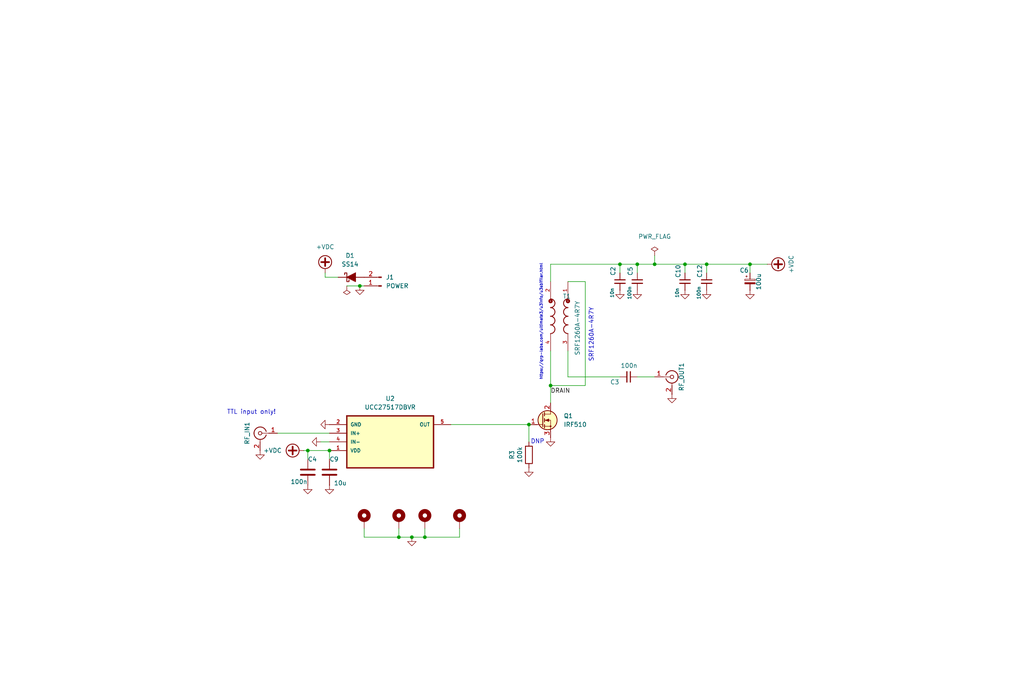
<source format=kicad_sch>
(kicad_sch (version 20250114) (generator "eeschema") (generator_version "9.0")
  (paper "User" 299.999 200)
  (title_block (title "IRFP-TO-247-Single-Ended Hack Amp (SMD)") (date "2025-01-13") (rev "v8.01") (company "Author: Dhiru Kholia (VU3CER), Rafał Rozestwiński, Brad (K1TE)"))
  (lib_symbols
    (symbol "Conn_Coaxial_1" (pin_names (offset 1.016) (hide yes))
      (property "Reference" "J" (at 0.254 3.048 0))
      (property "Value" "Conn_Coaxial" (at 2.921 0 90))
      (symbol "Conn_Coaxial_1_0_1"
        (polyline (pts (xy -2.54 0) (xy -0.508 0)))
        (arc (start 1.778 0) (mid 0.222 -1.8079) (end -1.778 -0.508) (stroke (width 0.254)))
        (arc (start -1.778 0.508) (mid 0.2221 1.8084) (end 1.778 0) (stroke (width 0.254)))
        (circle (center 0 0) (radius 0.508) (stroke (width 0.2032)))
        (polyline (pts (xy 0 -2.54) (xy 0 -1.778)))
      )
      (symbol "Conn_Coaxial_1_1_1"
        (pin passive line (at -5.08 0 0) (length 2.54) (name "In") (number "1"))
        (pin passive line (at 0 -5.08 90) (length 2.54) (name "Ext") (number "2"))
      )
    )
    (symbol "Connector:Conn_01x02_Pin" (pin_names (offset 1.016) (hide yes))
      (property "Reference" "J" (at 0 2.54 0))
      (property "Value" "Conn_01x02_Pin" (at 0 -5.08 0))
      (symbol "Conn_01x02_Pin_1_1"
        (rectangle (start 0.8636 0.127) (end 0 -0.127) (stroke (width 0.1524)) (fill (type outline)))
        (rectangle (start 0.8636 -2.413) (end 0 -2.667) (stroke (width 0.1524)) (fill (type outline)))
        (polyline (pts (xy 1.27 0) (xy 0.8636 0)) (stroke (width 0.1524)))
        (polyline (pts (xy 1.27 -2.54) (xy 0.8636 -2.54)) (stroke (width 0.1524)))
        (pin passive line (at 5.08 0 180) (length 3.81) (name "Pin_1") (number "1"))
        (pin passive line (at 5.08 -2.54 180) (length 3.81) (name "Pin_2") (number "2"))
      )
    )
    (symbol "Connector:Conn_Coaxial" (pin_names (offset 1.016) (hide yes))
      (property "Reference" "J" (at 0.254 3.048 0))
      (property "Value" "Conn_Coaxial" (at 2.921 0 90))
      (symbol "Conn_Coaxial_0_1"
        (polyline (pts (xy -2.54 0) (xy -0.508 0)))
        (arc (start 1.778 0) (mid 0.222 -1.8079) (end -1.778 -0.508) (stroke (width 0.254)))
        (arc (start -1.778 0.508) (mid 0.2221 1.8084) (end 1.778 0) (stroke (width 0.254)))
        (circle (center 0 0) (radius 0.508) (stroke (width 0.2032)))
        (polyline (pts (xy 0 -2.54) (xy 0 -1.778)))
      )
      (symbol "Conn_Coaxial_1_1"
        (pin passive line (at -5.08 0 0) (length 2.54) (name "In") (number "1"))
        (pin passive line (at 0 -5.08 90) (length 2.54) (name "Ext") (number "2"))
      )
    )
    (symbol "Device:C" (pin_numbers (hide yes)) (pin_names (offset 0.254))
      (property "Reference" "C" (at 0.635 2.54 0))
      (property "Value" "C" (at 0.635 -2.54 0))
      (symbol "C_0_1"
        (polyline (pts (xy -2.032 0.762) (xy 2.032 0.762)) (stroke (width 0.508)))
        (polyline (pts (xy -2.032 -0.762) (xy 2.032 -0.762)) (stroke (width 0.508)))
      )
      (symbol "C_1_1"
        (pin passive line (at 0 3.81 270) (length 2.794) (name "~") (number "1"))
        (pin passive line (at 0 -3.81 90) (length 2.794) (name "~") (number "2"))
      )
    )
    (symbol "Device:C_Polarized_Small" (pin_numbers (hide yes)) (pin_names (offset 0.254) (hide yes))
      (property "Reference" "C" (at 0.254 1.778 0))
      (property "Value" "C_Polarized_Small" (at 0.254 -2.032 0))
      (symbol "C_Polarized_Small_0_1"
        (rectangle (start -1.524 0.6858) (end 1.524 0.3048))
        (rectangle (start -1.524 -0.3048) (end 1.524 -0.6858) (fill (type outline)))
        (polyline (pts (xy -1.27 1.524) (xy -0.762 1.524)))
        (polyline (pts (xy -1.016 1.27) (xy -1.016 1.778)))
      )
      (symbol "C_Polarized_Small_1_1"
        (pin passive line (at 0 2.54 270) (length 1.8542) (name "~") (number "1"))
        (pin passive line (at 0 -2.54 90) (length 1.8542) (name "~") (number "2"))
      )
    )
    (symbol "Device:C_Small" (pin_numbers (hide yes)) (pin_names (offset 0.254) (hide yes))
      (property "Reference" "C" (at 0.254 1.778 0))
      (property "Value" "C_Small" (at 0.254 -2.032 0))
      (symbol "C_Small_0_1"
        (polyline (pts (xy -1.524 0.508) (xy 1.524 0.508)) (stroke (width 0.3048)))
        (polyline (pts (xy -1.524 -0.508) (xy 1.524 -0.508)) (stroke (width 0.3302)))
      )
      (symbol "C_Small_1_1"
        (pin passive line (at 0 2.54 270) (length 2.032) (name "~") (number "1"))
        (pin passive line (at 0 -2.54 90) (length 2.032) (name "~") (number "2"))
      )
    )
    (symbol "Device:R" (pin_numbers (hide yes)) (pin_names (offset 0))
      (property "Reference" "R" (at 2.032 0 90))
      (property "Value" "R" (at 0 0 90))
      (symbol "R_0_1"
        (rectangle (start -1.016 -2.54) (end 1.016 2.54) (stroke (width 0.254)))
      )
      (symbol "R_1_1"
        (pin passive line (at 0 3.81 270) (length 1.27) (name "~") (number "1"))
        (pin passive line (at 0 -3.81 90) (length 1.27) (name "~") (number "2"))
      )
    )
    (symbol "Mechanical:MountingHole_Pad" (pin_numbers (hide yes)) (pin_names (offset 1.016) (hide yes))
      (property "Reference" "H" (at 0 6.35 0))
      (property "Value" "MountingHole_Pad" (at 0 4.445 0))
      (symbol "MountingHole_Pad_0_1"
        (circle (center 0 1.27) (radius 1.27) (stroke (width 1.27)))
      )
      (symbol "MountingHole_Pad_1_1"
        (pin input line (at 0 -2.54 90) (length 2.54) (name "1") (number "1"))
      )
    )
    (symbol "PCM_Diode_Schottky_AKL:SS14" (pin_numbers (hide yes)) (pin_names (offset 1.016) (hide yes))
      (property "Reference" "D" (at 0 5.08 0))
      (property "Value" "SS14" (at 0 2.54 0))
      (symbol "SS14_0_1"
        (polyline (pts (xy -1.27 0) (xy 1.27 0)))
        (polyline (pts (xy -1.27 -1.27) (xy -1.27 1.27) (xy 1.27 0) (xy -1.27 -1.27)) (stroke (width 0.254)) (fill (type outline)))
        (polyline (pts (xy 1.905 -0.762) (xy 1.905 -1.27) (xy 1.27 -1.27) (xy 1.27 1.27) (xy 0.635 1.27) (xy 0.635 0.762)) (stroke (width 0.254)))
      )
      (symbol "SS14_0_2"
        (polyline (pts (xy -2.54 -2.54) (xy 2.54 2.54)))
        (polyline (pts (xy -0.889 -0.889) (xy -1.778 0) (xy 0.889 0.889) (xy 0 -1.778) (xy -0.889 -0.889)) (stroke (width 0.254)) (fill (type outline)))
        (polyline (pts (xy 0 1.778) (xy 1.778 0)) (stroke (width 0.254)))
        (polyline (pts (xy 0 1.778) (xy -0.381 1.397) (xy 0 1.016)) (stroke (width 0.254)))
        (polyline (pts (xy 1.778 0) (xy 2.159 0.381) (xy 1.778 0.762)) (stroke (width 0.254)))
      )
      (symbol "SS14_1_1"
        (pin passive line (at -3.81 0 0) (length 2.54) (name "A") (number "2"))
        (pin passive line (at 3.81 0 180) (length 2.54) (name "K") (number "1"))
      )
      (symbol "SS14_1_2"
        (pin passive line (at -2.54 -2.54 0) (length 0) (name "A") (number "2"))
        (pin passive line (at 2.54 2.54 180) (length 0) (name "K") (number "1"))
      )
    )
    (symbol "PCM_Transistor_MOSFET_AKL:IRF510" (pin_names (hide yes))
      (property "Reference" "Q" (at 5.08 1.27 0))
      (property "Value" "IRF510" (at 5.08 -1.27 0))
      (symbol "IRF510_0_1"
        (polyline (pts (xy 0.254 1.905) (xy 0.254 -1.905)) (stroke (width 0.254)))
        (polyline (pts (xy 0.254 -1.27) (xy -2.54 -1.27)))
        (polyline (pts (xy 0.762 2.286) (xy 0.762 1.27)) (stroke (width 0.254)))
        (polyline (pts (xy 0.762 0.508) (xy 0.762 -0.508)) (stroke (width 0.254)))
        (polyline (pts (xy 0.762 -1.27) (xy 0.762 -2.286)) (stroke (width 0.254)))
        (polyline (pts (xy 0.762 -1.778) (xy 2.54 -1.778)))
        (polyline (pts (xy 1.016 0) (xy 2.032 0.381) (xy 2.032 -0.381) (xy 1.016 0)) (fill (type outline)))
        (circle (center 1.651 0) (radius 2.794) (stroke (width 0.254)) (fill (type background)))
        (polyline (pts (xy 2.54 2.54) (xy 2.54 1.778)))
        (polyline (pts (xy 2.54 1.778) (xy 0.762 1.778)))
        (circle (center 2.54 -1.778) (radius 0.1778) (fill (type outline)))
        (polyline (pts (xy 2.54 -2.54) (xy 2.54 0) (xy 0.762 0)))
      )
      (symbol "IRF510_1_1"
        (pin input line (at -3.81 -1.27 0) (length 2.54) (name "G") (number "1"))
        (pin passive line (at 2.54 5.08 270) (length 2.54) (name "D") (number "2"))
        (pin passive line (at 2.54 -5.08 90) (length 2.54) (name "S") (number "3"))
      )
    )
    (symbol "SRF1260A-4R7Y:SRF1260A-4R7Y" (pin_names (offset 1.016))
      (property "Reference" "L" (at -7.631 5.0873 0))
      (property "Value" "SRF1260A-4R7Y" (at -7.6349 -7.6349 0))
      (symbol "SRF1260A-4R7Y_0_0"
        (circle (center -4.445 2.54) (radius 0.127) (stroke (width 0.508)))
        (circle (center -4.445 -2.54) (radius 0.127) (stroke (width 0.508)))
        (arc (start -2.54 2.54) (mid -3.81 1.2755) (end -5.08 2.54) (stroke (width 0.254)))
        (arc (start -5.08 -2.54) (mid -3.81 -1.2755) (end -2.54 -2.54) (stroke (width 0.254)))
        (arc (start 0 2.54) (mid -1.27 1.2755) (end -2.54 2.54) (stroke (width 0.254)))
        (arc (start -2.54 -2.54) (mid -1.27 -1.2755) (end 0 -2.54) (stroke (width 0.254)))
        (arc (start 2.54 2.54) (mid 1.27 1.2755) (end 0 2.54) (stroke (width 0.254)))
        (arc (start 0 -2.54) (mid 1.27 -1.2755) (end 2.54 -2.54) (stroke (width 0.254)))
        (arc (start 5.08 2.54) (mid 3.81 1.2755) (end 2.54 2.54) (stroke (width 0.254)))
        (arc (start 2.54 -2.54) (mid 3.81 -1.2755) (end 5.08 -2.54) (stroke (width 0.254)))
        (pin passive line (at -10.16 2.54 0) (length 5.08) (name "~") (number "1"))
        (pin passive line (at -10.16 -2.54 0) (length 5.08) (name "~") (number "2"))
        (pin passive line (at 10.16 2.54 180) (length 5.08) (name "~") (number "3"))
        (pin passive line (at 10.16 -2.54 180) (length 5.08) (name "~") (number "4"))
      )
    )
    (symbol "UCC27517DBVR:UCC27517DBVR" (pin_names (offset 1.016))
      (property "Reference" "U" (at -12.7 8.62 0))
      (property "Value" "UCC27517DBVR" (at -12.7 -11.62 0))
      (symbol "UCC27517DBVR_0_0"
        (rectangle (start -12.7 -7.62) (end 12.7 7.62) (stroke (width 0.41)) (fill (type background)))
        (pin input line (at -17.78 5.08 0) (length 5.08) (name "GND") (number "2"))
        (pin input line (at -17.78 2.54 0) (length 5.08) (name "IN+") (number "3"))
        (pin input line (at -17.78 0 0) (length 5.08) (name "IN-") (number "4"))
        (pin input line (at -17.78 -2.54 0) (length 5.08) (name "VDD") (number "1"))
        (pin output line (at 17.78 5.08 180) (length 5.08) (name "OUT") (number "5"))
      )
    )
    (symbol "power:+VDC" (power) (pin_numbers (hide yes)) (pin_names (offset 0) (hide yes))
      (property "Value" "+VDC" (at 0 6.35 0))
      (symbol "+VDC_0_1"
        (polyline (pts (xy -1.143 3.175) (xy 1.143 3.175)) (stroke (width 0.508)))
        (circle (center 0 3.175) (radius 1.905) (stroke (width 0.254)))
        (polyline (pts (xy 0 2.032) (xy 0 4.318)) (stroke (width 0.508)))
        (polyline (pts (xy 0 0) (xy 0 1.27)))
      )
      (symbol "+VDC_1_1"
        (pin power_in line (at 0 0 90) (length 0) (name "~") (number "1"))
      )
    )
    (symbol "power:GND" (power) (pin_numbers (hide yes)) (pin_names (offset 0) (hide yes))
      (property "Value" "GND" (at 0 -3.81 0))
      (symbol "GND_0_1"
        (polyline (pts (xy 0 0) (xy 0 -1.27) (xy 1.27 -1.27) (xy 0 -2.54) (xy -1.27 -1.27) (xy 0 -1.27)))
      )
      (symbol "GND_1_1"
        (pin power_in line (at 0 0 270) (length 0) (name "~") (number "1"))
      )
    )
    (symbol "power:PWR_FLAG" (power) (pin_numbers (hide yes)) (pin_names (offset 0) (hide yes))
      (property "Value" "PWR_FLAG" (at 0 3.81 0))
      (symbol "PWR_FLAG_0_0"
        (pin power_out line (at 0 0 90) (length 0) (name "~") (number "1"))
      )
      (symbol "PWR_FLAG_0_1"
        (polyline (pts (xy 0 0) (xy 0 1.27) (xy -1.016 1.905) (xy 0 2.54) (xy 1.016 1.905) (xy 0 1.27)))
      )
    )
  )
  (text "DNP" (at 157.48 129.54 0) (effects (font (size 1.27 1.27))))
  (text "https://qrp-labs.com/ultimate3/u3info/u3sbifilar.html" (at 159.004 111.506 90) (effects (font (size 0.8 0.8)) (justify left bottom)))
  (text "SRF1260A-4R7Y" (at 173.99 106.172 90) (effects (font (size 1.27 1.27)) (justify left bottom)))
  (text "TTL input only!" (at 73.66 120.904 0) (effects (font (size 1.27 1.27))))
  (junction (at 200.66 77.47))
  (junction (at 154.94 124.46))
  (junction (at 186.69 77.47))
  (junction (at 116.84 157.48))
  (junction (at 124.46 157.48))
  (junction (at 90.17 132.08))
  (junction (at 181.61 77.47))
  (junction (at 96.52 132.08))
  (junction (at 161.29 113.03))
  (junction (at 219.71 77.47))
  (junction (at 120.65 157.48))
  (junction (at 191.77 77.47))
  (junction (at 207.01 77.47))
  (junction (at 105.41 83.82))
  (wire (pts (xy 186.69 77.47) (xy 191.77 77.47)))
  (wire (pts (xy 134.62 157.48) (xy 134.62 154.94)))
  (wire (pts (xy 166.37 102.87) (xy 166.37 110.49)))
  (wire (pts (xy 154.94 129.54) (xy 154.94 124.46)))
  (wire (pts (xy 181.61 77.47) (xy 186.69 77.47)))
  (wire (pts (xy 105.41 83.82) (xy 106.68 83.82)))
  (wire (pts (xy 186.69 110.49) (xy 191.77 110.49)))
  (wire (pts (xy 200.66 77.47) (xy 200.66 80.01)))
  (wire (pts (xy 81.28 127) (xy 96.52 127)))
  (wire (pts (xy 95.25 80.01) (xy 95.25 81.28)))
  (wire (pts (xy 106.68 157.48) (xy 116.84 157.48)))
  (wire (pts (xy 219.71 77.47) (xy 219.71 80.01)))
  (wire (pts (xy 191.77 77.47) (xy 200.66 77.47)))
  (wire (pts (xy 186.69 77.47) (xy 186.69 80.01)))
  (wire (pts (xy 132.08 124.46) (xy 154.94 124.46)))
  (wire (pts (xy 166.37 110.49) (xy 181.61 110.49)))
  (wire (pts (xy 116.84 154.94) (xy 116.84 157.48)))
  (wire (pts (xy 207.01 77.47) (xy 219.71 77.47)))
  (wire (pts (xy 166.37 82.55) (xy 171.45 82.55)))
  (wire (pts (xy 161.29 102.87) (xy 161.29 113.03)))
  (wire (pts (xy 90.17 132.08) (xy 90.17 134.62)))
  (wire (pts (xy 106.68 154.94) (xy 106.68 157.48)))
  (wire (pts (xy 161.29 113.03) (xy 171.45 113.03)))
  (wire (pts (xy 207.01 77.47) (xy 207.01 80.01)))
  (wire (pts (xy 161.29 113.03) (xy 161.29 118.11)))
  (wire (pts (xy 101.6 83.82) (xy 105.41 83.82)))
  (wire (pts (xy 88.9 132.08) (xy 90.17 132.08)))
  (wire (pts (xy 90.17 132.08) (xy 96.52 132.08)))
  (wire (pts (xy 120.65 157.48) (xy 124.46 157.48)))
  (wire (pts (xy 124.46 157.48) (xy 134.62 157.48)))
  (wire (pts (xy 191.77 74.93) (xy 191.77 77.47)))
  (wire (pts (xy 96.52 132.08) (xy 96.52 134.62)))
  (wire (pts (xy 161.29 77.47) (xy 181.61 77.47)))
  (wire (pts (xy 93.98 129.54) (xy 96.52 129.54)))
  (wire (pts (xy 181.61 77.47) (xy 181.61 80.01)))
  (wire (pts (xy 95.25 81.28) (xy 99.06 81.28)))
  (wire (pts (xy 219.71 77.47) (xy 224.79 77.47)))
  (wire (pts (xy 116.84 157.48) (xy 120.65 157.48)))
  (wire (pts (xy 200.66 77.47) (xy 207.01 77.47)))
  (wire (pts (xy 161.29 82.55) (xy 161.29 77.47)))
  (wire (pts (xy 171.45 82.55) (xy 171.45 113.03)))
  (wire (pts (xy 124.46 154.94) (xy 124.46 157.48)))
  (label "DRAIN" (at 161.29 115.57 0))
  (symbol (lib_id "power:GND") (at 186.69 85.09 0) (unit 1)
    (property "Reference" "#PWR012" (effects (hide yes)))
    (property "Value" "GND" (effects (hide yes)))
  )
  (symbol (lib_id "Device:C") (at 90.17 138.43 0) (unit 1)
    (property "Reference" "C4" (at 90.17 134.62 0) (effects (justify left)))
    (property "Value" "100n" (at 85.09 141.224 0) (effects (justify left)))
    (property "Footprint" "Capacitor_SMD:C_1206_3216Metric_Pad1.33x1.80mm_HandSolder" (effects (hide yes)))
    (property "LCSC Part" "C110255" (effects (hide yes)))
  )
  (symbol (lib_id "power:GND") (at 181.61 85.09 0) (unit 1)
    (property "Reference" "#PWR05" (effects (hide yes)))
    (property "Value" "GND" (effects (hide yes)))
  )
  (symbol (lib_id "power:+VDC") (at 224.79 77.47 270) (unit 1)
    (property "Reference" "#PWR018" (effects (hide yes)))
    (property "Value" "+VDC" (at 231.775 77.47 0))
    (property "Description" "Power symbol creates a global label with name \"+VDC\"" (effects (hide yes)))
  )
  (symbol (lib_id "power:+VDC") (at 95.25 80.01 0) (unit 1)
    (property "Reference" "#PWR02" (effects (hide yes)))
    (property "Value" "+VDC" (at 95.25 72.39 0))
    (property "Description" "Power symbol creates a global label with name \"+VDC\"" (effects (hide yes)))
  )
  (symbol (lib_id "Device:C_Small") (at 181.61 82.55 0) (unit 1)
    (property "Reference" "C2" (at 179.578 79.502 90))
    (property "Value" "10n" (at 179.324 85.852 90) (effects (font (size 0.9906 0.9906))))
    (property "Footprint" "Capacitor_SMD:C_1206_3216Metric_Pad1.33x1.80mm_HandSolder" (effects (hide yes)))
    (property "LCSC Part" "C24783" (effects (hide yes)))
  )
  (symbol (lib_id "Connector:Conn_01x02_Pin") (at 111.76 83.82 180) (unit 1)
    (property "Reference" "J1" (at 113.03 81.2799 0) (effects (justify right)))
    (property "Value" "POWER" (at 113.03 83.8199 0) (effects (justify right)))
    (property "Footprint" "Connector_JST:JST_PH_B2B-PH-K_1x02_P2.00mm_Vertical" (effects (hide yes)))
    (property "Description" "Generic connector, single row, 01x02, script generated" (effects (hide yes)))
  )
  (symbol (lib_id "power:GND") (at 207.01 85.09 0) (unit 1)
    (property "Reference" "#PWR017" (effects (hide yes)))
    (property "Value" "GND" (effects (hide yes)))
  )
  (symbol (lib_id "power:GND") (at 90.17 142.24 0) (unit 1)
    (property "Reference" "#PWR03" (effects (hide yes)))
    (property "Value" "GND" (effects (hide yes)))
    (property "Description" "Power symbol creates a global label with name \"GND\" , ground" (effects (hide yes)))
  )
  (symbol (lib_id "UCC27517DBVR:UCC27517DBVR") (at 114.3 129.54 0) (unit 1)
    (property "Reference" "U2" (at 114.3 116.84 0))
    (property "Value" "UCC27517DBVR" (at 114.3 119.38 0))
    (property "Footprint" "Package_TO_SOT_SMD:TSOT-23-5_HandSoldering" (effects (hide yes)))
    (property "Description" "4-A/4-A single-channel gate driver with 5-V UVLO and 13-ns prop delay in SOT-23 package" (effects (hide yes)))
    (property "MF" "Texas Instruments" (effects (hide yes)))
    (property "Package" "SOT-23-5 Texas Instruments" (effects (hide yes)))
    (property "Price" "None" (effects (hide yes)))
    (property "SnapEDA_Link" "https://www.snapeda.com/parts/UCC27517DBVR/Texas+Instruments/view-part/?ref=snap" (effects (hide yes)))
    (property "MP" "UCC27517DBVR" (effects (hide yes)))
    (property "Purchase-URL" "https://pricing.snapeda.com/search?q=UCC27517DBVR&ref=eda" (effects (hide yes)))
    (property "Availability" "In Stock" (effects (hide yes)))
    (property "Check_prices" "https://www.snapeda.com/parts/UCC27517DBVR/Texas+Instruments/view-part/?ref=eda" (effects (hide yes)))
    (property "Description_1" "\n4-A/4-A single-channel gate driver with 5-V UVLO and 13-ns prop delay in SOT-23 package\n" (effects (hide yes)))
    (property "LCSC Part" "C99395" (effects (hide yes)))
  )
  (symbol (lib_id "power:GND") (at 196.85 115.57 0) (mirror y) (unit 1)
    (property "Reference" "#PWR04" (effects (hide yes)))
    (property "Value" "GND" (effects (hide yes)))
    (property "Description" "Power symbol creates a global label with name \"GND\" , ground" (effects (hide yes)))
  )
  (symbol (lib_name "Conn_Coaxial_1") (lib_id "Connector:Conn_Coaxial") (at 196.85 110.49 0) (unit 1)
    (property "Reference" "RF_OUT1" (at 199.644 110.49 90))
    (property "Value" "SMA" (effects (hide yes)))
    (property "Footprint" "Connector_Coaxial:SMA_Samtec_SMA-J-P-H-ST-EM1_EdgeMount" (effects (hide yes)))
    (property "Description" "coaxial connector (BNC, SMA, SMB, SMC, Cinch/RCA, LEMO, ...)" (effects (hide yes)))
  )
  (symbol (lib_id "PCM_Diode_Schottky_AKL:SS14") (at 102.87 81.28 180) (unit 1)
    (property "Reference" "D1" (at 102.5525 74.93 0))
    (property "Value" "SS14" (at 102.5525 77.47 0))
    (property "Footprint" "Diode_SMD:D_SMA_Handsoldering" (effects (hide yes)))
    (property "Datasheet" "https://www.tme.eu/Document/39e1c2d2c354f63d74e9a2edb2156b4b/SS14-E3_61T.pdf" (effects (hide yes)))
    (property "Description" "SMA Schottky diode, 40V, 1A, Alternate KiCAD Library" (effects (hide yes)))
  )
  (symbol (lib_id "power:GND") (at 96.52 142.24 0) (unit 1)
    (property "Reference" "#PWR011" (effects (hide yes)))
    (property "Value" "GND" (effects (hide yes)))
    (property "Description" "Power symbol creates a global label with name \"GND\" , ground" (effects (hide yes)))
  )
  (symbol (lib_id "Device:R") (at 154.94 133.35 0) (unit 1)
    (property "Reference" "R3" (at 149.9616 133.35 90))
    (property "Value" "100k" (at 152.273 133.35 90))
    (property "Footprint" "Resistor_SMD:R_1206_3216Metric_Pad1.30x1.75mm_HandSolder" (effects (hide yes)))
    (property "LCSC Part" "C17900" (effects (hide yes)))
  )
  (symbol (lib_id "power:GND") (at 76.2 132.08 0) (unit 1)
    (property "Reference" "#PWR08" (effects (hide yes)))
    (property "Value" "GND" (effects (hide yes)))
    (property "Description" "Power symbol creates a global label with name \"GND\" , ground" (effects (hide yes)))
  )
  (symbol (lib_id "Connector:Conn_Coaxial") (at 76.2 127 0) (mirror y) (unit 1)
    (property "Reference" "RF_IN1" (at 72.39 127 90))
    (property "Value" "SMA" (effects (hide yes)))
    (property "Footprint" "Connector_Coaxial:SMA_Samtec_SMA-J-P-H-ST-EM1_EdgeMount" (effects (hide yes)))
    (property "Description" "coaxial connector (BNC, SMA, SMB, SMC, Cinch/RCA, LEMO, ...)" (effects (hide yes)))
  )
  (symbol (lib_id "Device:C") (at 96.52 138.43 0) (unit 1)
    (property "Reference" "C9" (at 96.52 134.62 0) (effects (justify left)))
    (property "Value" "10u" (at 97.79 141.605 0) (effects (justify left)))
    (property "Footprint" "Capacitor_SMD:C_1206_3216Metric_Pad1.33x1.80mm_HandSolder" (effects (hide yes)))
    (property "LCSC Part" "C13585" (effects (hide yes)))
  )
  (symbol (lib_id "Mechanical:MountingHole_Pad") (at 124.46 152.4 0) (unit 1)
    (property "Reference" "H3" (effects (hide yes)))
    (property "Value" "MountingHole_Pad" (effects (hide yes)))
    (property "Footprint" "MountingHole:MountingHole_3.2mm_M3_Pad_Via" (effects (hide yes)))
  )
  (symbol (lib_id "Device:C_Polarized_Small") (at 219.71 82.55 0) (unit 1)
    (property "Reference" "C6" (at 216.662 79.248 0) (effects (justify left)))
    (property "Value" "100u" (at 222.25 85.09 90) (effects (justify left)))
    (property "Footprint" "Capacitor_THT:CP_Radial_D8.0mm_P3.50mm" (effects (hide yes)))
  )
  (symbol (lib_id "power:GND") (at 105.41 83.82 0) (unit 1)
    (property "Reference" "#PWR07" (effects (hide yes)))
    (property "Value" "GND" (effects (hide yes)))
    (property "Description" "Power symbol creates a global label with name \"GND\" , ground" (effects (hide yes)))
  )
  (symbol (lib_id "power:GND") (at 93.98 129.54 270) (unit 1)
    (property "Reference" "#PWR09" (effects (hide yes)))
    (property "Value" "GND" (effects (hide yes)))
    (property "Description" "Power symbol creates a global label with name \"GND\" , ground" (effects (hide yes)))
  )
  (symbol (lib_id "Mechanical:MountingHole_Pad") (at 116.84 152.4 0) (unit 1)
    (property "Reference" "H2" (effects (hide yes)))
    (property "Value" "MountingHole_Pad" (effects (hide yes)))
    (property "Footprint" "MountingHole:MountingHole_3.2mm_M3_Pad_Via" (effects (hide yes)))
  )
  (symbol (lib_id "power:PWR_FLAG") (at 191.77 74.93 0) (unit 1)
    (property "Reference" "#FLG01" (effects (hide yes)))
    (property "Value" "PWR_FLAG" (at 191.77 69.342 0))
  )
  (symbol (lib_id "Device:C_Small") (at 184.15 110.49 270) (unit 1)
    (property "Reference" "C3" (at 180.086 112.014 90))
    (property "Value" "100n" (at 184.277 107.188 90))
    (property "Footprint" "Capacitor_SMD:C_1206_3216Metric_Pad1.33x1.80mm_HandSolder" (effects (hide yes)))
    (property "LCSC Part" "C110255" (effects (hide yes)))
  )
  (symbol (lib_id "power:+VDC") (at 88.9 132.08 90) (unit 1)
    (property "Reference" "#PWR06" (effects (hide yes)))
    (property "Value" "+VDC" (at 82.55 132.0799 90) (effects (justify left)))
    (property "Description" "Power symbol creates a global label with name \"+VDC\"" (effects (hide yes)))
  )
  (symbol (lib_id "power:GND") (at 200.66 85.09 0) (unit 1)
    (property "Reference" "#PWR014" (effects (hide yes)))
    (property "Value" "GND" (effects (hide yes)))
  )
  (symbol (lib_id "SRF1260A-4R7Y:SRF1260A-4R7Y") (at 163.83 92.71 270) (unit 1)
    (property "Reference" "T1" (at 164.846 86.868 90) (effects (justify left)))
    (property "Value" "SRF1260A-4R7Y" (at 169.164 88.138 0) (effects (justify left)))
    (property "Footprint" "footprints:IND_SRF1260A-4R7Y-Longer-Pads" (effects (hide yes)))
    (property "MF" "Bourns" (effects (hide yes)))
    (property "MOUSER-PURCHASE-URL" "https://snapeda.com/shop?store=Mouser&id=1533338" (effects (hide yes)))
    (property "DESCRIPTION" "Shielded 2 Coil Inductor Array 27.2µH Inductance - Connected in Series 6.8µH Inductance - Connected in Parallel 18.6mOhm Max DC Resistance (DCR) - Parallel 6.64A Nonstandard" (effects (hide yes)))
    (property "PACKAGE" "Nonstandard Bourns" (effects (hide yes)))
    (property "PRICE" "None" (effects (hide yes)))
    (property "MP" "SRF1260A-6R8Y" (effects (hide yes)))
    (property "AVAILABILITY" "Warning" (effects (hide yes)))
    (property "LCSC Part" "C3273481" (effects (hide yes)))
  )
  (symbol (lib_id "PCM_Transistor_MOSFET_AKL:IRF510") (at 158.75 123.19 0) (unit 1)
    (property "Reference" "Q1" (at 165.1 121.9199 0) (effects (justify left)))
    (property "Value" "IRF510" (at 165.1 124.4599 0) (effects (justify left)))
    (property "Footprint" "footprints:TO-220-3_Horizontal_TabDown" (effects (hide yes)))
    (property "Datasheet" "https://www.tme.eu/Document/f346b8ef9566d029a865d700417a01d4/IRF510PBF.pdf" (effects (hide yes)))
    (property "Description" "TO-220 N-MOSFET enchancement mode transistor, 100V, 5.6A, 43W, Alternate KiCAD Library" (effects (hide yes)))
  )
  (symbol (lib_id "power:GND") (at 120.65 157.48 0) (unit 1)
    (property "Reference" "#PWR01" (effects (hide yes)))
    (property "Value" "GND" (effects (hide yes)))
    (property "Description" "Power symbol creates a global label with name \"GND\" , ground" (effects (hide yes)))
  )
  (symbol (lib_id "power:GND") (at 96.52 124.46 270) (unit 1)
    (property "Reference" "#PWR010" (effects (hide yes)))
    (property "Value" "GND" (effects (hide yes)))
    (property "Description" "Power symbol creates a global label with name \"GND\" , ground" (effects (hide yes)))
  )
  (symbol (lib_id "power:PWR_FLAG") (at 101.6 83.82 180) (unit 1)
    (property "Reference" "#FLG03" (effects (hide yes)))
    (property "Value" "PWR_FLAG" (effects (hide yes)))
    (property "Description" "Special symbol for telling ERC where power comes from" (effects (hide yes)))
  )
  (symbol (lib_id "power:GND") (at 161.29 128.27 0) (unit 1)
    (property "Reference" "#PWR015" (effects (hide yes)))
    (property "Value" "GND" (effects (hide yes)))
    (property "Description" "Power symbol creates a global label with name \"GND\" , ground" (effects (hide yes)))
  )
  (symbol (lib_id "power:GND") (at 219.71 85.09 0) (unit 1)
    (property "Reference" "#PWR013" (effects (hide yes)))
    (property "Value" "GND" (effects (hide yes)))
  )
  (symbol (lib_id "Mechanical:MountingHole_Pad") (at 134.62 152.4 0) (mirror y) (unit 1)
    (property "Reference" "H4" (effects (hide yes)))
    (property "Value" "MountingHole_Pad" (effects (hide yes)))
    (property "Footprint" "MountingHole:MountingHole_3.2mm_M3_Pad_Via" (effects (hide yes)))
  )
  (symbol (lib_id "Device:C_Small") (at 186.69 82.55 0) (unit 1)
    (property "Reference" "C5" (at 184.658 79.502 90))
    (property "Value" "100n" (at 184.404 85.852 90) (effects (font (size 0.9906 0.9906))))
    (property "Footprint" "Capacitor_SMD:C_1206_3216Metric_Pad1.33x1.80mm_HandSolder" (effects (hide yes)))
    (property "LCSC Part" "C55077" (effects (hide yes)))
  )
  (symbol (lib_id "power:GND") (at 154.94 137.16 0) (unit 1)
    (property "Reference" "#PWR016" (effects (hide yes)))
    (property "Value" "GND" (effects (hide yes)))
    (property "Description" "Power symbol creates a global label with name \"GND\" , ground" (effects (hide yes)))
  )
  (symbol (lib_id "Device:C_Small") (at 207.01 82.55 0) (unit 1)
    (property "Reference" "C12" (at 204.978 79.502 90))
    (property "Value" "100n" (at 204.724 85.852 90) (effects (font (size 0.9906 0.9906))))
    (property "Footprint" "Capacitor_SMD:C_1206_3216Metric_Pad1.33x1.80mm_HandSolder" (effects (hide yes)))
    (property "LCSC Part" "C55077" (effects (hide yes)))
  )
  (symbol (lib_id "Mechanical:MountingHole_Pad") (at 106.68 152.4 0) (unit 1)
    (property "Reference" "H1" (effects (hide yes)))
    (property "Value" "MountingHole_Pad" (effects (hide yes)))
    (property "Footprint" "MountingHole:MountingHole_3.2mm_M3_Pad_Via" (effects (hide yes)))
  )
  (symbol (lib_id "Device:C_Small") (at 200.66 82.55 0) (unit 1)
    (property "Reference" "C10" (at 198.628 79.502 90))
    (property "Value" "10n" (at 198.374 85.852 90) (effects (font (size 0.9906 0.9906))))
    (property "Footprint" "Capacitor_SMD:C_1206_3216Metric_Pad1.33x1.80mm_HandSolder" (effects (hide yes)))
    (property "LCSC Part" "C24783" (effects (hide yes)))
  )
)
</source>
